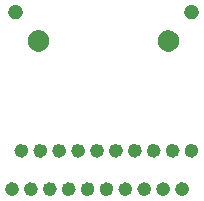
<source format=gbs>
G04 #@! TF.GenerationSoftware,KiCad,Pcbnew,(5.1.5)-3*
G04 #@! TF.CreationDate,2021-05-20T13:29:37-06:00*
G04 #@! TF.ProjectId,LoomConnector06,4c6f6f6d-436f-46e6-9e65-63746f723036,rev?*
G04 #@! TF.SameCoordinates,Original*
G04 #@! TF.FileFunction,Soldermask,Bot*
G04 #@! TF.FilePolarity,Negative*
%FSLAX46Y46*%
G04 Gerber Fmt 4.6, Leading zero omitted, Abs format (unit mm)*
G04 Created by KiCad (PCBNEW (5.1.5)-3) date 2021-05-20 13:29:37*
%MOMM*%
%LPD*%
G04 APERTURE LIST*
%ADD10C,0.600000*%
%ADD11C,0.100000*%
G04 APERTURE END LIST*
D10*
X131200000Y-77000000D02*
G75*
G03X131200000Y-77000000I-300000J0D01*
G01*
X140800000Y-77000000D02*
G75*
G03X140800000Y-77000000I-300000J0D01*
G01*
X139200000Y-77000000D02*
G75*
G03X139200000Y-77000000I-300000J0D01*
G01*
X132800000Y-77000000D02*
G75*
G03X132800000Y-77000000I-300000J0D01*
G01*
X134400000Y-77000000D02*
G75*
G03X134400000Y-77000000I-300000J0D01*
G01*
X141600000Y-80250000D02*
G75*
G03X141600000Y-80250000I-300000J0D01*
G01*
X142400000Y-77000000D02*
G75*
G03X142400000Y-77000000I-300000J0D01*
G01*
X137600000Y-77000000D02*
G75*
G03X137600000Y-77000000I-300000J0D01*
G01*
X136000000Y-77000000D02*
G75*
G03X136000000Y-77000000I-300000J0D01*
G01*
X143200000Y-80250000D02*
G75*
G03X143200000Y-80250000I-300000J0D01*
G01*
X129600000Y-77000000D02*
G75*
G03X129600000Y-77000000I-300000J0D01*
G01*
X144000000Y-77000000D02*
G75*
G03X144000000Y-77000000I-300000J0D01*
G01*
X140000000Y-80250000D02*
G75*
G03X140000000Y-80250000I-300000J0D01*
G01*
X128800000Y-80250000D02*
G75*
G03X128800000Y-80250000I-300000J0D01*
G01*
X138400000Y-80250000D02*
G75*
G03X138400000Y-80250000I-300000J0D01*
G01*
X136800000Y-80250000D02*
G75*
G03X136800000Y-80250000I-300000J0D01*
G01*
X135200000Y-80250000D02*
G75*
G03X135200000Y-80250000I-300000J0D01*
G01*
X133600000Y-80250000D02*
G75*
G03X133600000Y-80250000I-300000J0D01*
G01*
X132000000Y-80250000D02*
G75*
G03X132000000Y-80250000I-300000J0D01*
G01*
X130400000Y-80250000D02*
G75*
G03X130400000Y-80250000I-300000J0D01*
G01*
D11*
G36*
X142012520Y-66834586D02*
G01*
X142176310Y-66902430D01*
X142323717Y-67000924D01*
X142449076Y-67126283D01*
X142547570Y-67273690D01*
X142615414Y-67437480D01*
X142650000Y-67611358D01*
X142650000Y-67788642D01*
X142615414Y-67962520D01*
X142547570Y-68126310D01*
X142449076Y-68273717D01*
X142323717Y-68399076D01*
X142176310Y-68497570D01*
X142176309Y-68497571D01*
X142176308Y-68497571D01*
X142012520Y-68565414D01*
X141838644Y-68600000D01*
X141661356Y-68600000D01*
X141487480Y-68565414D01*
X141323692Y-68497571D01*
X141323691Y-68497571D01*
X141323690Y-68497570D01*
X141176283Y-68399076D01*
X141050924Y-68273717D01*
X140952430Y-68126310D01*
X140884586Y-67962520D01*
X140850000Y-67788642D01*
X140850000Y-67611358D01*
X140884586Y-67437480D01*
X140952430Y-67273690D01*
X141050924Y-67126283D01*
X141176283Y-67000924D01*
X141323690Y-66902430D01*
X141487480Y-66834586D01*
X141661356Y-66800000D01*
X141838644Y-66800000D01*
X142012520Y-66834586D01*
G37*
G36*
X131012520Y-66834586D02*
G01*
X131176310Y-66902430D01*
X131323717Y-67000924D01*
X131449076Y-67126283D01*
X131547570Y-67273690D01*
X131615414Y-67437480D01*
X131650000Y-67611358D01*
X131650000Y-67788642D01*
X131615414Y-67962520D01*
X131547570Y-68126310D01*
X131449076Y-68273717D01*
X131323717Y-68399076D01*
X131176310Y-68497570D01*
X131176309Y-68497571D01*
X131176308Y-68497571D01*
X131012520Y-68565414D01*
X130838644Y-68600000D01*
X130661356Y-68600000D01*
X130487480Y-68565414D01*
X130323692Y-68497571D01*
X130323691Y-68497571D01*
X130323690Y-68497570D01*
X130176283Y-68399076D01*
X130050924Y-68273717D01*
X129952430Y-68126310D01*
X129884586Y-67962520D01*
X129850000Y-67788642D01*
X129850000Y-67611358D01*
X129884586Y-67437480D01*
X129952430Y-67273690D01*
X130050924Y-67126283D01*
X130176283Y-67000924D01*
X130323690Y-66902430D01*
X130487480Y-66834586D01*
X130661356Y-66800000D01*
X130838644Y-66800000D01*
X131012520Y-66834586D01*
G37*
G36*
X143875013Y-64673057D02*
G01*
X143984206Y-64718286D01*
X144082477Y-64783949D01*
X144166051Y-64867523D01*
X144231714Y-64965794D01*
X144276943Y-65074987D01*
X144300000Y-65190904D01*
X144300000Y-65309096D01*
X144276943Y-65425013D01*
X144231714Y-65534206D01*
X144166051Y-65632477D01*
X144082477Y-65716051D01*
X143984206Y-65781714D01*
X143875013Y-65826943D01*
X143759096Y-65850000D01*
X143640904Y-65850000D01*
X143524987Y-65826943D01*
X143415794Y-65781714D01*
X143317523Y-65716051D01*
X143233949Y-65632477D01*
X143168286Y-65534206D01*
X143123057Y-65425013D01*
X143100000Y-65309096D01*
X143100000Y-65190904D01*
X143123057Y-65074987D01*
X143168286Y-64965794D01*
X143233949Y-64867523D01*
X143317523Y-64783949D01*
X143415794Y-64718286D01*
X143524987Y-64673057D01*
X143640904Y-64650000D01*
X143759096Y-64650000D01*
X143875013Y-64673057D01*
G37*
G36*
X128975013Y-64673057D02*
G01*
X129084206Y-64718286D01*
X129182477Y-64783949D01*
X129266051Y-64867523D01*
X129331714Y-64965794D01*
X129376943Y-65074987D01*
X129400000Y-65190904D01*
X129400000Y-65309096D01*
X129376943Y-65425013D01*
X129331714Y-65534206D01*
X129266051Y-65632477D01*
X129182477Y-65716051D01*
X129084206Y-65781714D01*
X128975013Y-65826943D01*
X128859096Y-65850000D01*
X128740904Y-65850000D01*
X128624987Y-65826943D01*
X128515794Y-65781714D01*
X128417523Y-65716051D01*
X128333949Y-65632477D01*
X128268286Y-65534206D01*
X128223057Y-65425013D01*
X128200000Y-65309096D01*
X128200000Y-65190904D01*
X128223057Y-65074987D01*
X128268286Y-64965794D01*
X128333949Y-64867523D01*
X128417523Y-64783949D01*
X128515794Y-64718286D01*
X128624987Y-64673057D01*
X128740904Y-64650000D01*
X128859096Y-64650000D01*
X128975013Y-64673057D01*
G37*
M02*

</source>
